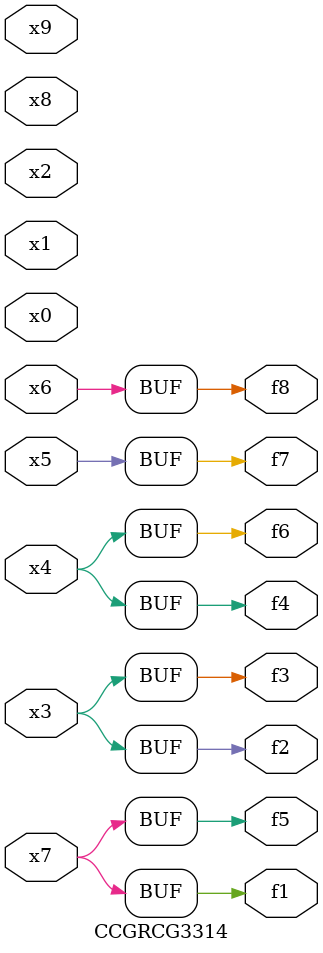
<source format=v>
module CCGRCG3314(
	input x0, x1, x2, x3, x4, x5, x6, x7, x8, x9,
	output f1, f2, f3, f4, f5, f6, f7, f8
);
	assign f1 = x7;
	assign f2 = x3;
	assign f3 = x3;
	assign f4 = x4;
	assign f5 = x7;
	assign f6 = x4;
	assign f7 = x5;
	assign f8 = x6;
endmodule

</source>
